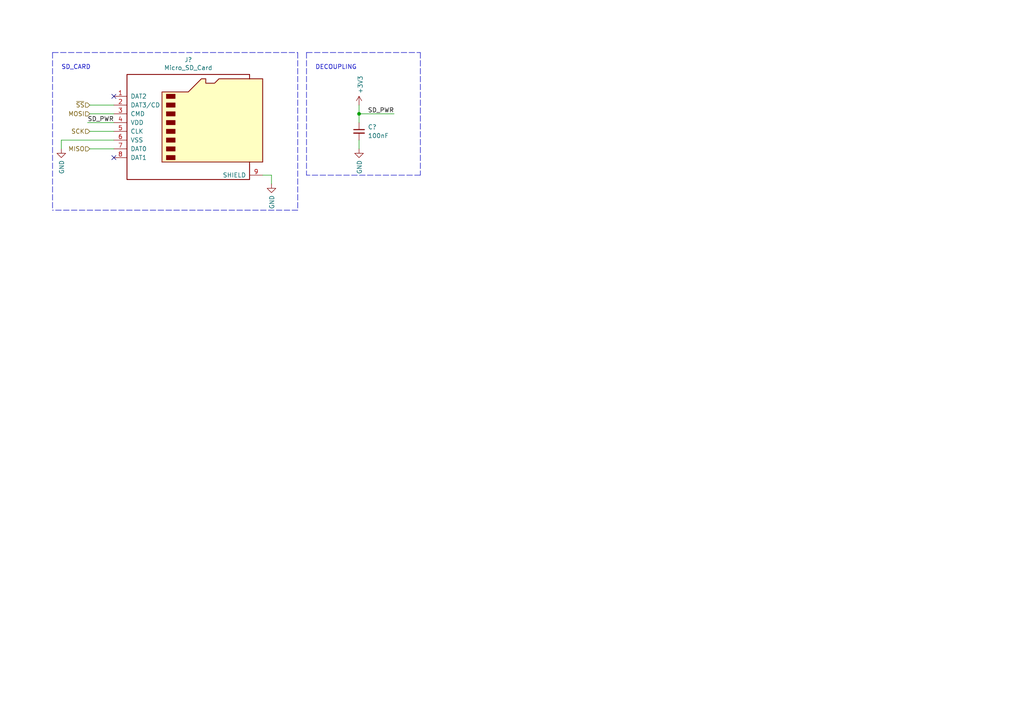
<source format=kicad_sch>
(kicad_sch (version 20211123) (generator eeschema)
  (paper "A4")
  (lib_symbols
    (symbol "Connector:Micro_SD_Card" (pin_names (offset 1.016))
      (property "Reference" "J" (at -16.51 15.24 0))
      (property "Value" "Micro_SD_Card" (at 16.51 15.24 0))
      (symbol "Micro_SD_Card_0_1"
        (rectangle (start -7.62 -9.525) (end -5.08 -10.795) (fill (type outline)))
        (rectangle (start -7.62 -6.985) (end -5.08 -8.255) (fill (type outline)))
        (rectangle (start -7.62 -4.445) (end -5.08 -5.715) (fill (type outline)))
        (rectangle (start -7.62 -1.905) (end -5.08 -3.175) (fill (type outline)))
        (rectangle (start -7.62 0.635) (end -5.08 -0.635) (fill (type outline)))
        (rectangle (start -7.62 3.175) (end -5.08 1.905) (fill (type outline)))
        (rectangle (start -7.62 5.715) (end -5.08 4.445) (fill (type outline)))
        (rectangle (start -7.62 8.255) (end -5.08 6.985) (fill (type outline)))
        (polyline (pts (xy 16.51 12.7) (xy 16.51 13.97) (xy -19.05 13.97) (xy -19.05 -16.51) (xy 16.51 -16.51) (xy 16.51 -11.43)) (stroke (width 0.254)))
        (polyline (pts (xy -8.89 -11.43) (xy -8.89 8.89) (xy -1.27 8.89) (xy 2.54 12.7) (xy 3.81 12.7) (xy 3.81 11.43) (xy 6.35 11.43) (xy 7.62 12.7) (xy 20.32 12.7) (xy 20.32 -11.43) (xy -8.89 -11.43)) (stroke (width 0.254)) (fill (type background)))
      )
      (symbol "Micro_SD_Card_1_1"
        (pin bidirectional line (at -22.86 7.62 0) (length 3.81) (name "DAT2") (number "1"))
        (pin bidirectional line (at -22.86 5.08 0) (length 3.81) (name "DAT3/CD") (number "2"))
        (pin input line (at -22.86 2.54 0) (length 3.81) (name "CMD") (number "3"))
        (pin power_in line (at -22.86 0 0) (length 3.81) (name "VDD") (number "4"))
        (pin input line (at -22.86 -2.54 0) (length 3.81) (name "CLK") (number "5"))
        (pin power_in line (at -22.86 -5.08 0) (length 3.81) (name "VSS") (number "6"))
        (pin bidirectional line (at -22.86 -7.62 0) (length 3.81) (name "DAT0") (number "7"))
        (pin bidirectional line (at -22.86 -10.16 0) (length 3.81) (name "DAT1") (number "8"))
        (pin passive line (at 20.32 -15.24 180) (length 3.81) (name "SHIELD") (number "9"))
      )
    )
    (symbol "Device:C_Small" (pin_numbers hide) (pin_names (offset 0.254) hide)
      (property "Reference" "C" (at 0.254 1.778 0))
      (property "Value" "C_Small" (at 0.254 -2.032 0))
      (symbol "C_Small_0_1"
        (polyline (pts (xy -1.524 -0.508) (xy 1.524 -0.508)) (stroke (width 0.3302)))
        (polyline (pts (xy -1.524 0.508) (xy 1.524 0.508)) (stroke (width 0.3048)))
      )
      (symbol "C_Small_1_1"
        (pin passive line (at 0 2.54 270) (length 2.032) (name "~") (number "1"))
        (pin passive line (at 0 -2.54 90) (length 2.032) (name "~") (number "2"))
      )
    )
    (symbol "power:+3.3V" (power) (pin_names (offset 0))
      (property "Value" "+3.3V" (at 0 3.556 0))
      (symbol "+3.3V_0_1"
        (polyline (pts (xy -0.762 1.27) (xy 0 2.54)))
        (polyline (pts (xy 0 0) (xy 0 2.54)))
        (polyline (pts (xy 0 2.54) (xy 0.762 1.27)))
      )
      (symbol "+3.3V_1_1"
        (pin power_in line (at 0 0 90) (length 0) hide (name "+3V3") (number "1"))
      )
    )
    (symbol "power:GND" (power) (pin_names (offset 0))
      (property "Value" "GND" (at 0 -3.81 0))
      (symbol "GND_0_1"
        (polyline (pts (xy 0 0) (xy 0 -1.27) (xy 1.27 -1.27) (xy 0 -2.54) (xy -1.27 -1.27) (xy 0 -1.27)))
      )
      (symbol "GND_1_1"
        (pin power_in line (at 0 0 270) (length 0) hide (name "GND") (number "1"))
      )
    )
  )
  (junction (at 104.14 33.02))
  (no_connect (at 33.02 27.94))
  (no_connect (at 33.02 45.72))
  (wire (pts (xy 78.74 50.8) (xy 78.74 53.34)))
  (polyline (pts (xy 121.92 50.8) (xy 88.9 50.8)))
  (wire (pts (xy 33.02 38.1) (xy 26.035 38.1)))
  (polyline (pts (xy 121.92 15.24) (xy 121.92 50.8)))
  (polyline (pts (xy 15.24 15.24) (xy 86.36 15.24)))
  (wire (pts (xy 104.14 33.02) (xy 114.3 33.02)))
  (polyline (pts (xy 15.24 15.24) (xy 15.24 60.96)))
  (wire (pts (xy 104.14 40.64) (xy 104.14 43.18)))
  (polyline (pts (xy 88.9 15.24) (xy 121.92 15.24)))
  (wire (pts (xy 104.14 33.02) (xy 104.14 35.56)))
  (wire (pts (xy 25.4 35.56) (xy 33.02 35.56)))
  (wire (pts (xy 33.02 43.18) (xy 26.035 43.18)))
  (polyline (pts (xy 86.36 60.96) (xy 15.24 60.96)))
  (wire (pts (xy 33.02 30.48) (xy 26.035 30.48)))
  (wire (pts (xy 17.78 43.18) (xy 17.78 40.64)))
  (wire (pts (xy 76.2 50.8) (xy 78.74 50.8)))
  (wire (pts (xy 104.14 30.48) (xy 104.14 33.02)))
  (polyline (pts (xy 88.9 15.24) (xy 88.9 50.8)))
  (wire (pts (xy 33.02 33.02) (xy 26.035 33.02)))
  (polyline (pts (xy 86.36 15.24) (xy 86.36 60.96)))
  (wire (pts (xy 17.78 40.64) (xy 33.02 40.64)))
  (text "SD_CARD" (at 17.78 20.32 0) (effects (font (size 1.27 1.27)) (justify left bottom)))
  (text "DECOUPLING\n" (at 91.44 20.32 0) (effects (font (size 1.27 1.27)) (justify left bottom)))
  (label "SD_PWR" (at 114.3 33.02 180))
  (label "SD_PWR" (at 25.4 35.56 0))
  (hierarchical_label "~{SS}" (shape input) (at 26.035 30.48 180))
  (hierarchical_label "SCK" (shape input) (at 26.035 38.1 180))
  (hierarchical_label "MOSI" (shape input) (at 26.035 33.02 180))
  (hierarchical_label "MISO" (shape input) (at 26.035 43.18 180))
  (symbol (lib_id "power:+3.3V") (at 104.14 30.48 0) (unit 1)
    (property "Reference" "#PWR?" (effects hide))
    (property "Value" "+3.3V" (at 104.521 27.2288 90) (effects (justify left)))
  )
  (symbol (lib_id "power:GND") (at 104.14 43.18 0) (unit 1)
    (property "Reference" "#PWR?" (effects hide))
    (property "Value" "GND" (at 104.267 46.4312 90) (effects (justify right)))
  )
  (symbol (lib_id "Device:C_Small") (at 104.14 38.1 0) (unit 1)
    (property "Reference" "C?" (at 106.68 36.8362 0) (effects (justify left)))
    (property "Value" "100nF" (at 106.68 39.3762 0) (effects (justify left)))
  )
  (symbol (lib_id "Connector:Micro_SD_Card") (at 55.88 35.56 0) (unit 1)
    (property "Reference" "J?" (at 54.61 17.3482 0))
    (property "Value" "Micro_SD_Card" (at 54.61 19.6596 0))
    (property "Footprint" "Borta_Dators:Micro_SD" (effects hide))
    (property "Datasheet" "http://katalog.we-online.de/em/datasheet/693072010801.pdf" (effects hide))
  )
  (symbol (lib_id "power:GND") (at 17.78 43.18 0) (unit 1)
    (property "Reference" "#PWR?" (effects hide))
    (property "Value" "GND" (at 17.907 46.4312 90) (effects (justify right)))
  )
  (symbol (lib_id "power:GND") (at 78.74 53.34 0) (unit 1)
    (property "Reference" "#PWR?" (effects hide))
    (property "Value" "GND" (at 78.867 56.5912 90) (effects (justify right)))
  )
)
</source>
